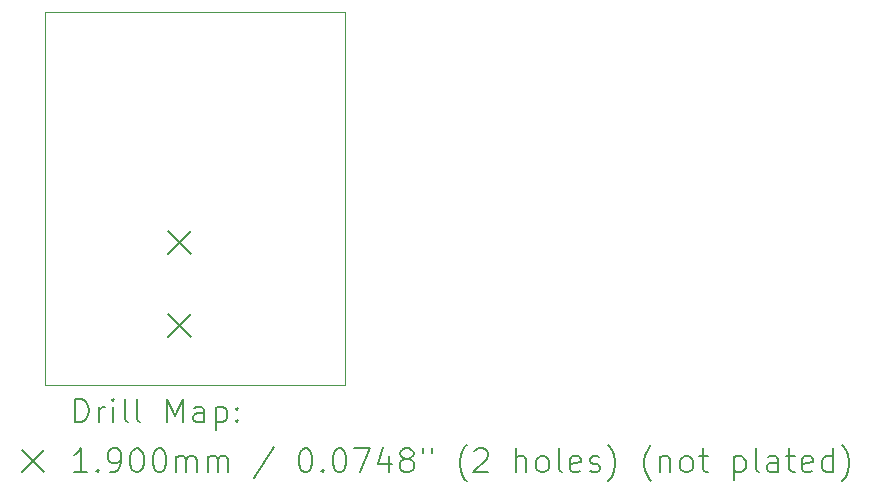
<source format=gbr>
%TF.GenerationSoftware,KiCad,Pcbnew,8.0.6*%
%TF.CreationDate,2025-12-05T01:10:33-07:00*%
%TF.ProjectId,pt_thrifty,70745f74-6872-4696-9674-792e6b696361,rev?*%
%TF.SameCoordinates,Original*%
%TF.FileFunction,Drillmap*%
%TF.FilePolarity,Positive*%
%FSLAX45Y45*%
G04 Gerber Fmt 4.5, Leading zero omitted, Abs format (unit mm)*
G04 Created by KiCad (PCBNEW 8.0.6) date 2025-12-05 01:10:33*
%MOMM*%
%LPD*%
G01*
G04 APERTURE LIST*
%ADD10C,0.050000*%
%ADD11C,0.200000*%
%ADD12C,0.190000*%
G04 APERTURE END LIST*
D10*
X12719050Y-6870700D02*
X15259050Y-6870700D01*
X15259050Y-10033000D01*
X12719050Y-10033000D01*
X12719050Y-6870700D01*
D11*
D12*
X13767050Y-8730000D02*
X13957050Y-8920000D01*
X13957050Y-8730000D02*
X13767050Y-8920000D01*
X13767050Y-9430000D02*
X13957050Y-9620000D01*
X13957050Y-9430000D02*
X13767050Y-9620000D01*
D11*
X12977327Y-10346984D02*
X12977327Y-10146984D01*
X12977327Y-10146984D02*
X13024946Y-10146984D01*
X13024946Y-10146984D02*
X13053517Y-10156508D01*
X13053517Y-10156508D02*
X13072565Y-10175555D01*
X13072565Y-10175555D02*
X13082089Y-10194603D01*
X13082089Y-10194603D02*
X13091612Y-10232698D01*
X13091612Y-10232698D02*
X13091612Y-10261270D01*
X13091612Y-10261270D02*
X13082089Y-10299365D01*
X13082089Y-10299365D02*
X13072565Y-10318412D01*
X13072565Y-10318412D02*
X13053517Y-10337460D01*
X13053517Y-10337460D02*
X13024946Y-10346984D01*
X13024946Y-10346984D02*
X12977327Y-10346984D01*
X13177327Y-10346984D02*
X13177327Y-10213650D01*
X13177327Y-10251746D02*
X13186851Y-10232698D01*
X13186851Y-10232698D02*
X13196374Y-10223174D01*
X13196374Y-10223174D02*
X13215422Y-10213650D01*
X13215422Y-10213650D02*
X13234470Y-10213650D01*
X13301136Y-10346984D02*
X13301136Y-10213650D01*
X13301136Y-10146984D02*
X13291612Y-10156508D01*
X13291612Y-10156508D02*
X13301136Y-10166031D01*
X13301136Y-10166031D02*
X13310660Y-10156508D01*
X13310660Y-10156508D02*
X13301136Y-10146984D01*
X13301136Y-10146984D02*
X13301136Y-10166031D01*
X13424946Y-10346984D02*
X13405898Y-10337460D01*
X13405898Y-10337460D02*
X13396374Y-10318412D01*
X13396374Y-10318412D02*
X13396374Y-10146984D01*
X13529708Y-10346984D02*
X13510660Y-10337460D01*
X13510660Y-10337460D02*
X13501136Y-10318412D01*
X13501136Y-10318412D02*
X13501136Y-10146984D01*
X13758279Y-10346984D02*
X13758279Y-10146984D01*
X13758279Y-10146984D02*
X13824946Y-10289841D01*
X13824946Y-10289841D02*
X13891612Y-10146984D01*
X13891612Y-10146984D02*
X13891612Y-10346984D01*
X14072565Y-10346984D02*
X14072565Y-10242222D01*
X14072565Y-10242222D02*
X14063041Y-10223174D01*
X14063041Y-10223174D02*
X14043993Y-10213650D01*
X14043993Y-10213650D02*
X14005898Y-10213650D01*
X14005898Y-10213650D02*
X13986851Y-10223174D01*
X14072565Y-10337460D02*
X14053517Y-10346984D01*
X14053517Y-10346984D02*
X14005898Y-10346984D01*
X14005898Y-10346984D02*
X13986851Y-10337460D01*
X13986851Y-10337460D02*
X13977327Y-10318412D01*
X13977327Y-10318412D02*
X13977327Y-10299365D01*
X13977327Y-10299365D02*
X13986851Y-10280317D01*
X13986851Y-10280317D02*
X14005898Y-10270793D01*
X14005898Y-10270793D02*
X14053517Y-10270793D01*
X14053517Y-10270793D02*
X14072565Y-10261270D01*
X14167803Y-10213650D02*
X14167803Y-10413650D01*
X14167803Y-10223174D02*
X14186851Y-10213650D01*
X14186851Y-10213650D02*
X14224946Y-10213650D01*
X14224946Y-10213650D02*
X14243993Y-10223174D01*
X14243993Y-10223174D02*
X14253517Y-10232698D01*
X14253517Y-10232698D02*
X14263041Y-10251746D01*
X14263041Y-10251746D02*
X14263041Y-10308889D01*
X14263041Y-10308889D02*
X14253517Y-10327936D01*
X14253517Y-10327936D02*
X14243993Y-10337460D01*
X14243993Y-10337460D02*
X14224946Y-10346984D01*
X14224946Y-10346984D02*
X14186851Y-10346984D01*
X14186851Y-10346984D02*
X14167803Y-10337460D01*
X14348755Y-10327936D02*
X14358279Y-10337460D01*
X14358279Y-10337460D02*
X14348755Y-10346984D01*
X14348755Y-10346984D02*
X14339232Y-10337460D01*
X14339232Y-10337460D02*
X14348755Y-10327936D01*
X14348755Y-10327936D02*
X14348755Y-10346984D01*
X14348755Y-10223174D02*
X14358279Y-10232698D01*
X14358279Y-10232698D02*
X14348755Y-10242222D01*
X14348755Y-10242222D02*
X14339232Y-10232698D01*
X14339232Y-10232698D02*
X14348755Y-10223174D01*
X14348755Y-10223174D02*
X14348755Y-10242222D01*
D12*
X12526550Y-10580500D02*
X12716550Y-10770500D01*
X12716550Y-10580500D02*
X12526550Y-10770500D01*
D11*
X13082089Y-10766984D02*
X12967803Y-10766984D01*
X13024946Y-10766984D02*
X13024946Y-10566984D01*
X13024946Y-10566984D02*
X13005898Y-10595555D01*
X13005898Y-10595555D02*
X12986851Y-10614603D01*
X12986851Y-10614603D02*
X12967803Y-10624127D01*
X13167803Y-10747936D02*
X13177327Y-10757460D01*
X13177327Y-10757460D02*
X13167803Y-10766984D01*
X13167803Y-10766984D02*
X13158279Y-10757460D01*
X13158279Y-10757460D02*
X13167803Y-10747936D01*
X13167803Y-10747936D02*
X13167803Y-10766984D01*
X13272565Y-10766984D02*
X13310660Y-10766984D01*
X13310660Y-10766984D02*
X13329708Y-10757460D01*
X13329708Y-10757460D02*
X13339232Y-10747936D01*
X13339232Y-10747936D02*
X13358279Y-10719365D01*
X13358279Y-10719365D02*
X13367803Y-10681270D01*
X13367803Y-10681270D02*
X13367803Y-10605079D01*
X13367803Y-10605079D02*
X13358279Y-10586031D01*
X13358279Y-10586031D02*
X13348755Y-10576508D01*
X13348755Y-10576508D02*
X13329708Y-10566984D01*
X13329708Y-10566984D02*
X13291612Y-10566984D01*
X13291612Y-10566984D02*
X13272565Y-10576508D01*
X13272565Y-10576508D02*
X13263041Y-10586031D01*
X13263041Y-10586031D02*
X13253517Y-10605079D01*
X13253517Y-10605079D02*
X13253517Y-10652698D01*
X13253517Y-10652698D02*
X13263041Y-10671746D01*
X13263041Y-10671746D02*
X13272565Y-10681270D01*
X13272565Y-10681270D02*
X13291612Y-10690793D01*
X13291612Y-10690793D02*
X13329708Y-10690793D01*
X13329708Y-10690793D02*
X13348755Y-10681270D01*
X13348755Y-10681270D02*
X13358279Y-10671746D01*
X13358279Y-10671746D02*
X13367803Y-10652698D01*
X13491612Y-10566984D02*
X13510660Y-10566984D01*
X13510660Y-10566984D02*
X13529708Y-10576508D01*
X13529708Y-10576508D02*
X13539232Y-10586031D01*
X13539232Y-10586031D02*
X13548755Y-10605079D01*
X13548755Y-10605079D02*
X13558279Y-10643174D01*
X13558279Y-10643174D02*
X13558279Y-10690793D01*
X13558279Y-10690793D02*
X13548755Y-10728889D01*
X13548755Y-10728889D02*
X13539232Y-10747936D01*
X13539232Y-10747936D02*
X13529708Y-10757460D01*
X13529708Y-10757460D02*
X13510660Y-10766984D01*
X13510660Y-10766984D02*
X13491612Y-10766984D01*
X13491612Y-10766984D02*
X13472565Y-10757460D01*
X13472565Y-10757460D02*
X13463041Y-10747936D01*
X13463041Y-10747936D02*
X13453517Y-10728889D01*
X13453517Y-10728889D02*
X13443993Y-10690793D01*
X13443993Y-10690793D02*
X13443993Y-10643174D01*
X13443993Y-10643174D02*
X13453517Y-10605079D01*
X13453517Y-10605079D02*
X13463041Y-10586031D01*
X13463041Y-10586031D02*
X13472565Y-10576508D01*
X13472565Y-10576508D02*
X13491612Y-10566984D01*
X13682089Y-10566984D02*
X13701136Y-10566984D01*
X13701136Y-10566984D02*
X13720184Y-10576508D01*
X13720184Y-10576508D02*
X13729708Y-10586031D01*
X13729708Y-10586031D02*
X13739232Y-10605079D01*
X13739232Y-10605079D02*
X13748755Y-10643174D01*
X13748755Y-10643174D02*
X13748755Y-10690793D01*
X13748755Y-10690793D02*
X13739232Y-10728889D01*
X13739232Y-10728889D02*
X13729708Y-10747936D01*
X13729708Y-10747936D02*
X13720184Y-10757460D01*
X13720184Y-10757460D02*
X13701136Y-10766984D01*
X13701136Y-10766984D02*
X13682089Y-10766984D01*
X13682089Y-10766984D02*
X13663041Y-10757460D01*
X13663041Y-10757460D02*
X13653517Y-10747936D01*
X13653517Y-10747936D02*
X13643993Y-10728889D01*
X13643993Y-10728889D02*
X13634470Y-10690793D01*
X13634470Y-10690793D02*
X13634470Y-10643174D01*
X13634470Y-10643174D02*
X13643993Y-10605079D01*
X13643993Y-10605079D02*
X13653517Y-10586031D01*
X13653517Y-10586031D02*
X13663041Y-10576508D01*
X13663041Y-10576508D02*
X13682089Y-10566984D01*
X13834470Y-10766984D02*
X13834470Y-10633650D01*
X13834470Y-10652698D02*
X13843993Y-10643174D01*
X13843993Y-10643174D02*
X13863041Y-10633650D01*
X13863041Y-10633650D02*
X13891613Y-10633650D01*
X13891613Y-10633650D02*
X13910660Y-10643174D01*
X13910660Y-10643174D02*
X13920184Y-10662222D01*
X13920184Y-10662222D02*
X13920184Y-10766984D01*
X13920184Y-10662222D02*
X13929708Y-10643174D01*
X13929708Y-10643174D02*
X13948755Y-10633650D01*
X13948755Y-10633650D02*
X13977327Y-10633650D01*
X13977327Y-10633650D02*
X13996374Y-10643174D01*
X13996374Y-10643174D02*
X14005898Y-10662222D01*
X14005898Y-10662222D02*
X14005898Y-10766984D01*
X14101136Y-10766984D02*
X14101136Y-10633650D01*
X14101136Y-10652698D02*
X14110660Y-10643174D01*
X14110660Y-10643174D02*
X14129708Y-10633650D01*
X14129708Y-10633650D02*
X14158279Y-10633650D01*
X14158279Y-10633650D02*
X14177327Y-10643174D01*
X14177327Y-10643174D02*
X14186851Y-10662222D01*
X14186851Y-10662222D02*
X14186851Y-10766984D01*
X14186851Y-10662222D02*
X14196374Y-10643174D01*
X14196374Y-10643174D02*
X14215422Y-10633650D01*
X14215422Y-10633650D02*
X14243993Y-10633650D01*
X14243993Y-10633650D02*
X14263041Y-10643174D01*
X14263041Y-10643174D02*
X14272565Y-10662222D01*
X14272565Y-10662222D02*
X14272565Y-10766984D01*
X14663041Y-10557460D02*
X14491613Y-10814603D01*
X14920184Y-10566984D02*
X14939232Y-10566984D01*
X14939232Y-10566984D02*
X14958279Y-10576508D01*
X14958279Y-10576508D02*
X14967803Y-10586031D01*
X14967803Y-10586031D02*
X14977327Y-10605079D01*
X14977327Y-10605079D02*
X14986851Y-10643174D01*
X14986851Y-10643174D02*
X14986851Y-10690793D01*
X14986851Y-10690793D02*
X14977327Y-10728889D01*
X14977327Y-10728889D02*
X14967803Y-10747936D01*
X14967803Y-10747936D02*
X14958279Y-10757460D01*
X14958279Y-10757460D02*
X14939232Y-10766984D01*
X14939232Y-10766984D02*
X14920184Y-10766984D01*
X14920184Y-10766984D02*
X14901136Y-10757460D01*
X14901136Y-10757460D02*
X14891613Y-10747936D01*
X14891613Y-10747936D02*
X14882089Y-10728889D01*
X14882089Y-10728889D02*
X14872565Y-10690793D01*
X14872565Y-10690793D02*
X14872565Y-10643174D01*
X14872565Y-10643174D02*
X14882089Y-10605079D01*
X14882089Y-10605079D02*
X14891613Y-10586031D01*
X14891613Y-10586031D02*
X14901136Y-10576508D01*
X14901136Y-10576508D02*
X14920184Y-10566984D01*
X15072565Y-10747936D02*
X15082089Y-10757460D01*
X15082089Y-10757460D02*
X15072565Y-10766984D01*
X15072565Y-10766984D02*
X15063041Y-10757460D01*
X15063041Y-10757460D02*
X15072565Y-10747936D01*
X15072565Y-10747936D02*
X15072565Y-10766984D01*
X15205898Y-10566984D02*
X15224946Y-10566984D01*
X15224946Y-10566984D02*
X15243994Y-10576508D01*
X15243994Y-10576508D02*
X15253517Y-10586031D01*
X15253517Y-10586031D02*
X15263041Y-10605079D01*
X15263041Y-10605079D02*
X15272565Y-10643174D01*
X15272565Y-10643174D02*
X15272565Y-10690793D01*
X15272565Y-10690793D02*
X15263041Y-10728889D01*
X15263041Y-10728889D02*
X15253517Y-10747936D01*
X15253517Y-10747936D02*
X15243994Y-10757460D01*
X15243994Y-10757460D02*
X15224946Y-10766984D01*
X15224946Y-10766984D02*
X15205898Y-10766984D01*
X15205898Y-10766984D02*
X15186851Y-10757460D01*
X15186851Y-10757460D02*
X15177327Y-10747936D01*
X15177327Y-10747936D02*
X15167803Y-10728889D01*
X15167803Y-10728889D02*
X15158279Y-10690793D01*
X15158279Y-10690793D02*
X15158279Y-10643174D01*
X15158279Y-10643174D02*
X15167803Y-10605079D01*
X15167803Y-10605079D02*
X15177327Y-10586031D01*
X15177327Y-10586031D02*
X15186851Y-10576508D01*
X15186851Y-10576508D02*
X15205898Y-10566984D01*
X15339232Y-10566984D02*
X15472565Y-10566984D01*
X15472565Y-10566984D02*
X15386851Y-10766984D01*
X15634470Y-10633650D02*
X15634470Y-10766984D01*
X15586851Y-10557460D02*
X15539232Y-10700317D01*
X15539232Y-10700317D02*
X15663041Y-10700317D01*
X15767803Y-10652698D02*
X15748756Y-10643174D01*
X15748756Y-10643174D02*
X15739232Y-10633650D01*
X15739232Y-10633650D02*
X15729708Y-10614603D01*
X15729708Y-10614603D02*
X15729708Y-10605079D01*
X15729708Y-10605079D02*
X15739232Y-10586031D01*
X15739232Y-10586031D02*
X15748756Y-10576508D01*
X15748756Y-10576508D02*
X15767803Y-10566984D01*
X15767803Y-10566984D02*
X15805898Y-10566984D01*
X15805898Y-10566984D02*
X15824946Y-10576508D01*
X15824946Y-10576508D02*
X15834470Y-10586031D01*
X15834470Y-10586031D02*
X15843994Y-10605079D01*
X15843994Y-10605079D02*
X15843994Y-10614603D01*
X15843994Y-10614603D02*
X15834470Y-10633650D01*
X15834470Y-10633650D02*
X15824946Y-10643174D01*
X15824946Y-10643174D02*
X15805898Y-10652698D01*
X15805898Y-10652698D02*
X15767803Y-10652698D01*
X15767803Y-10652698D02*
X15748756Y-10662222D01*
X15748756Y-10662222D02*
X15739232Y-10671746D01*
X15739232Y-10671746D02*
X15729708Y-10690793D01*
X15729708Y-10690793D02*
X15729708Y-10728889D01*
X15729708Y-10728889D02*
X15739232Y-10747936D01*
X15739232Y-10747936D02*
X15748756Y-10757460D01*
X15748756Y-10757460D02*
X15767803Y-10766984D01*
X15767803Y-10766984D02*
X15805898Y-10766984D01*
X15805898Y-10766984D02*
X15824946Y-10757460D01*
X15824946Y-10757460D02*
X15834470Y-10747936D01*
X15834470Y-10747936D02*
X15843994Y-10728889D01*
X15843994Y-10728889D02*
X15843994Y-10690793D01*
X15843994Y-10690793D02*
X15834470Y-10671746D01*
X15834470Y-10671746D02*
X15824946Y-10662222D01*
X15824946Y-10662222D02*
X15805898Y-10652698D01*
X15920184Y-10566984D02*
X15920184Y-10605079D01*
X15996375Y-10566984D02*
X15996375Y-10605079D01*
X16291613Y-10843174D02*
X16282089Y-10833650D01*
X16282089Y-10833650D02*
X16263041Y-10805079D01*
X16263041Y-10805079D02*
X16253518Y-10786031D01*
X16253518Y-10786031D02*
X16243994Y-10757460D01*
X16243994Y-10757460D02*
X16234470Y-10709841D01*
X16234470Y-10709841D02*
X16234470Y-10671746D01*
X16234470Y-10671746D02*
X16243994Y-10624127D01*
X16243994Y-10624127D02*
X16253518Y-10595555D01*
X16253518Y-10595555D02*
X16263041Y-10576508D01*
X16263041Y-10576508D02*
X16282089Y-10547936D01*
X16282089Y-10547936D02*
X16291613Y-10538412D01*
X16358279Y-10586031D02*
X16367803Y-10576508D01*
X16367803Y-10576508D02*
X16386851Y-10566984D01*
X16386851Y-10566984D02*
X16434470Y-10566984D01*
X16434470Y-10566984D02*
X16453518Y-10576508D01*
X16453518Y-10576508D02*
X16463041Y-10586031D01*
X16463041Y-10586031D02*
X16472565Y-10605079D01*
X16472565Y-10605079D02*
X16472565Y-10624127D01*
X16472565Y-10624127D02*
X16463041Y-10652698D01*
X16463041Y-10652698D02*
X16348756Y-10766984D01*
X16348756Y-10766984D02*
X16472565Y-10766984D01*
X16710660Y-10766984D02*
X16710660Y-10566984D01*
X16796375Y-10766984D02*
X16796375Y-10662222D01*
X16796375Y-10662222D02*
X16786851Y-10643174D01*
X16786851Y-10643174D02*
X16767803Y-10633650D01*
X16767803Y-10633650D02*
X16739232Y-10633650D01*
X16739232Y-10633650D02*
X16720184Y-10643174D01*
X16720184Y-10643174D02*
X16710660Y-10652698D01*
X16920184Y-10766984D02*
X16901137Y-10757460D01*
X16901137Y-10757460D02*
X16891613Y-10747936D01*
X16891613Y-10747936D02*
X16882089Y-10728889D01*
X16882089Y-10728889D02*
X16882089Y-10671746D01*
X16882089Y-10671746D02*
X16891613Y-10652698D01*
X16891613Y-10652698D02*
X16901137Y-10643174D01*
X16901137Y-10643174D02*
X16920184Y-10633650D01*
X16920184Y-10633650D02*
X16948756Y-10633650D01*
X16948756Y-10633650D02*
X16967803Y-10643174D01*
X16967803Y-10643174D02*
X16977327Y-10652698D01*
X16977327Y-10652698D02*
X16986851Y-10671746D01*
X16986851Y-10671746D02*
X16986851Y-10728889D01*
X16986851Y-10728889D02*
X16977327Y-10747936D01*
X16977327Y-10747936D02*
X16967803Y-10757460D01*
X16967803Y-10757460D02*
X16948756Y-10766984D01*
X16948756Y-10766984D02*
X16920184Y-10766984D01*
X17101137Y-10766984D02*
X17082089Y-10757460D01*
X17082089Y-10757460D02*
X17072565Y-10738412D01*
X17072565Y-10738412D02*
X17072565Y-10566984D01*
X17253518Y-10757460D02*
X17234470Y-10766984D01*
X17234470Y-10766984D02*
X17196375Y-10766984D01*
X17196375Y-10766984D02*
X17177327Y-10757460D01*
X17177327Y-10757460D02*
X17167803Y-10738412D01*
X17167803Y-10738412D02*
X17167803Y-10662222D01*
X17167803Y-10662222D02*
X17177327Y-10643174D01*
X17177327Y-10643174D02*
X17196375Y-10633650D01*
X17196375Y-10633650D02*
X17234470Y-10633650D01*
X17234470Y-10633650D02*
X17253518Y-10643174D01*
X17253518Y-10643174D02*
X17263042Y-10662222D01*
X17263042Y-10662222D02*
X17263042Y-10681270D01*
X17263042Y-10681270D02*
X17167803Y-10700317D01*
X17339232Y-10757460D02*
X17358280Y-10766984D01*
X17358280Y-10766984D02*
X17396375Y-10766984D01*
X17396375Y-10766984D02*
X17415423Y-10757460D01*
X17415423Y-10757460D02*
X17424946Y-10738412D01*
X17424946Y-10738412D02*
X17424946Y-10728889D01*
X17424946Y-10728889D02*
X17415423Y-10709841D01*
X17415423Y-10709841D02*
X17396375Y-10700317D01*
X17396375Y-10700317D02*
X17367803Y-10700317D01*
X17367803Y-10700317D02*
X17348756Y-10690793D01*
X17348756Y-10690793D02*
X17339232Y-10671746D01*
X17339232Y-10671746D02*
X17339232Y-10662222D01*
X17339232Y-10662222D02*
X17348756Y-10643174D01*
X17348756Y-10643174D02*
X17367803Y-10633650D01*
X17367803Y-10633650D02*
X17396375Y-10633650D01*
X17396375Y-10633650D02*
X17415423Y-10643174D01*
X17491613Y-10843174D02*
X17501137Y-10833650D01*
X17501137Y-10833650D02*
X17520184Y-10805079D01*
X17520184Y-10805079D02*
X17529708Y-10786031D01*
X17529708Y-10786031D02*
X17539232Y-10757460D01*
X17539232Y-10757460D02*
X17548756Y-10709841D01*
X17548756Y-10709841D02*
X17548756Y-10671746D01*
X17548756Y-10671746D02*
X17539232Y-10624127D01*
X17539232Y-10624127D02*
X17529708Y-10595555D01*
X17529708Y-10595555D02*
X17520184Y-10576508D01*
X17520184Y-10576508D02*
X17501137Y-10547936D01*
X17501137Y-10547936D02*
X17491613Y-10538412D01*
X17853518Y-10843174D02*
X17843994Y-10833650D01*
X17843994Y-10833650D02*
X17824946Y-10805079D01*
X17824946Y-10805079D02*
X17815423Y-10786031D01*
X17815423Y-10786031D02*
X17805899Y-10757460D01*
X17805899Y-10757460D02*
X17796375Y-10709841D01*
X17796375Y-10709841D02*
X17796375Y-10671746D01*
X17796375Y-10671746D02*
X17805899Y-10624127D01*
X17805899Y-10624127D02*
X17815423Y-10595555D01*
X17815423Y-10595555D02*
X17824946Y-10576508D01*
X17824946Y-10576508D02*
X17843994Y-10547936D01*
X17843994Y-10547936D02*
X17853518Y-10538412D01*
X17929708Y-10633650D02*
X17929708Y-10766984D01*
X17929708Y-10652698D02*
X17939232Y-10643174D01*
X17939232Y-10643174D02*
X17958280Y-10633650D01*
X17958280Y-10633650D02*
X17986851Y-10633650D01*
X17986851Y-10633650D02*
X18005899Y-10643174D01*
X18005899Y-10643174D02*
X18015423Y-10662222D01*
X18015423Y-10662222D02*
X18015423Y-10766984D01*
X18139232Y-10766984D02*
X18120184Y-10757460D01*
X18120184Y-10757460D02*
X18110661Y-10747936D01*
X18110661Y-10747936D02*
X18101137Y-10728889D01*
X18101137Y-10728889D02*
X18101137Y-10671746D01*
X18101137Y-10671746D02*
X18110661Y-10652698D01*
X18110661Y-10652698D02*
X18120184Y-10643174D01*
X18120184Y-10643174D02*
X18139232Y-10633650D01*
X18139232Y-10633650D02*
X18167804Y-10633650D01*
X18167804Y-10633650D02*
X18186851Y-10643174D01*
X18186851Y-10643174D02*
X18196375Y-10652698D01*
X18196375Y-10652698D02*
X18205899Y-10671746D01*
X18205899Y-10671746D02*
X18205899Y-10728889D01*
X18205899Y-10728889D02*
X18196375Y-10747936D01*
X18196375Y-10747936D02*
X18186851Y-10757460D01*
X18186851Y-10757460D02*
X18167804Y-10766984D01*
X18167804Y-10766984D02*
X18139232Y-10766984D01*
X18263042Y-10633650D02*
X18339232Y-10633650D01*
X18291613Y-10566984D02*
X18291613Y-10738412D01*
X18291613Y-10738412D02*
X18301137Y-10757460D01*
X18301137Y-10757460D02*
X18320184Y-10766984D01*
X18320184Y-10766984D02*
X18339232Y-10766984D01*
X18558280Y-10633650D02*
X18558280Y-10833650D01*
X18558280Y-10643174D02*
X18577327Y-10633650D01*
X18577327Y-10633650D02*
X18615423Y-10633650D01*
X18615423Y-10633650D02*
X18634470Y-10643174D01*
X18634470Y-10643174D02*
X18643994Y-10652698D01*
X18643994Y-10652698D02*
X18653518Y-10671746D01*
X18653518Y-10671746D02*
X18653518Y-10728889D01*
X18653518Y-10728889D02*
X18643994Y-10747936D01*
X18643994Y-10747936D02*
X18634470Y-10757460D01*
X18634470Y-10757460D02*
X18615423Y-10766984D01*
X18615423Y-10766984D02*
X18577327Y-10766984D01*
X18577327Y-10766984D02*
X18558280Y-10757460D01*
X18767804Y-10766984D02*
X18748756Y-10757460D01*
X18748756Y-10757460D02*
X18739232Y-10738412D01*
X18739232Y-10738412D02*
X18739232Y-10566984D01*
X18929708Y-10766984D02*
X18929708Y-10662222D01*
X18929708Y-10662222D02*
X18920185Y-10643174D01*
X18920185Y-10643174D02*
X18901137Y-10633650D01*
X18901137Y-10633650D02*
X18863042Y-10633650D01*
X18863042Y-10633650D02*
X18843994Y-10643174D01*
X18929708Y-10757460D02*
X18910661Y-10766984D01*
X18910661Y-10766984D02*
X18863042Y-10766984D01*
X18863042Y-10766984D02*
X18843994Y-10757460D01*
X18843994Y-10757460D02*
X18834470Y-10738412D01*
X18834470Y-10738412D02*
X18834470Y-10719365D01*
X18834470Y-10719365D02*
X18843994Y-10700317D01*
X18843994Y-10700317D02*
X18863042Y-10690793D01*
X18863042Y-10690793D02*
X18910661Y-10690793D01*
X18910661Y-10690793D02*
X18929708Y-10681270D01*
X18996375Y-10633650D02*
X19072565Y-10633650D01*
X19024946Y-10566984D02*
X19024946Y-10738412D01*
X19024946Y-10738412D02*
X19034470Y-10757460D01*
X19034470Y-10757460D02*
X19053518Y-10766984D01*
X19053518Y-10766984D02*
X19072565Y-10766984D01*
X19215423Y-10757460D02*
X19196375Y-10766984D01*
X19196375Y-10766984D02*
X19158280Y-10766984D01*
X19158280Y-10766984D02*
X19139232Y-10757460D01*
X19139232Y-10757460D02*
X19129708Y-10738412D01*
X19129708Y-10738412D02*
X19129708Y-10662222D01*
X19129708Y-10662222D02*
X19139232Y-10643174D01*
X19139232Y-10643174D02*
X19158280Y-10633650D01*
X19158280Y-10633650D02*
X19196375Y-10633650D01*
X19196375Y-10633650D02*
X19215423Y-10643174D01*
X19215423Y-10643174D02*
X19224946Y-10662222D01*
X19224946Y-10662222D02*
X19224946Y-10681270D01*
X19224946Y-10681270D02*
X19129708Y-10700317D01*
X19396375Y-10766984D02*
X19396375Y-10566984D01*
X19396375Y-10757460D02*
X19377327Y-10766984D01*
X19377327Y-10766984D02*
X19339232Y-10766984D01*
X19339232Y-10766984D02*
X19320185Y-10757460D01*
X19320185Y-10757460D02*
X19310661Y-10747936D01*
X19310661Y-10747936D02*
X19301137Y-10728889D01*
X19301137Y-10728889D02*
X19301137Y-10671746D01*
X19301137Y-10671746D02*
X19310661Y-10652698D01*
X19310661Y-10652698D02*
X19320185Y-10643174D01*
X19320185Y-10643174D02*
X19339232Y-10633650D01*
X19339232Y-10633650D02*
X19377327Y-10633650D01*
X19377327Y-10633650D02*
X19396375Y-10643174D01*
X19472566Y-10843174D02*
X19482089Y-10833650D01*
X19482089Y-10833650D02*
X19501137Y-10805079D01*
X19501137Y-10805079D02*
X19510661Y-10786031D01*
X19510661Y-10786031D02*
X19520185Y-10757460D01*
X19520185Y-10757460D02*
X19529708Y-10709841D01*
X19529708Y-10709841D02*
X19529708Y-10671746D01*
X19529708Y-10671746D02*
X19520185Y-10624127D01*
X19520185Y-10624127D02*
X19510661Y-10595555D01*
X19510661Y-10595555D02*
X19501137Y-10576508D01*
X19501137Y-10576508D02*
X19482089Y-10547936D01*
X19482089Y-10547936D02*
X19472566Y-10538412D01*
M02*

</source>
